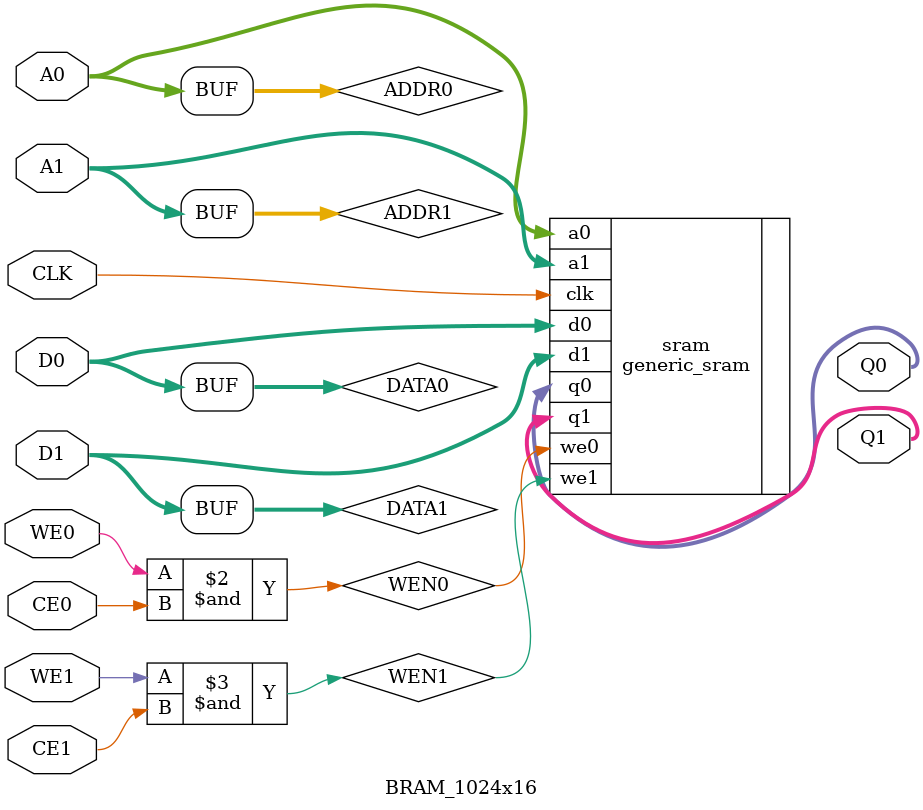
<source format=v>
`timescale 1 ps / 1 ps
module BRAM_1024x16( CLK, A0, D0, Q0, WE0, CE0, A1, D1, Q1, WE1, CE1 );

    input CLK;
    input [9:0] A0;
    input [15:0] D0;
    output [15:0] Q0;
    input WE0;
    input CE0;
    input [9:0] A1;
    input [15:0] D1;
    output [15:0] Q1;
    input WE1;
    input CE1;

    reg [9:0]  ADDR0;
    reg [9:0]  ADDR1;
    reg WEN0;
    reg WEN1;
    reg [15:0] DATA0;
    reg [15:0] DATA1;

    always @(*) begin
	#5
	ADDR0 = A0;
	ADDR1 = A1;
	WEN0 = WE0 & CE0;
	WEN1 = WE1 & CE1;
	DATA0 = D0;
	DATA1 = D1;
    end
  
    // generic SRAM for comp-kernel-only synthesis
    generic_sram
        #(
          .abits(10),
          .dbits(16)
         )
    sram
        (
         .clk(CLK),
         .a0(ADDR0),
         .a1(ADDR1),
         .d0(DATA0),
         .d1(DATA1),
         .q0(Q0),
         .q1(Q1),
         .we0(WEN0),
         .we1(WEN1)
        );

endmodule

</source>
